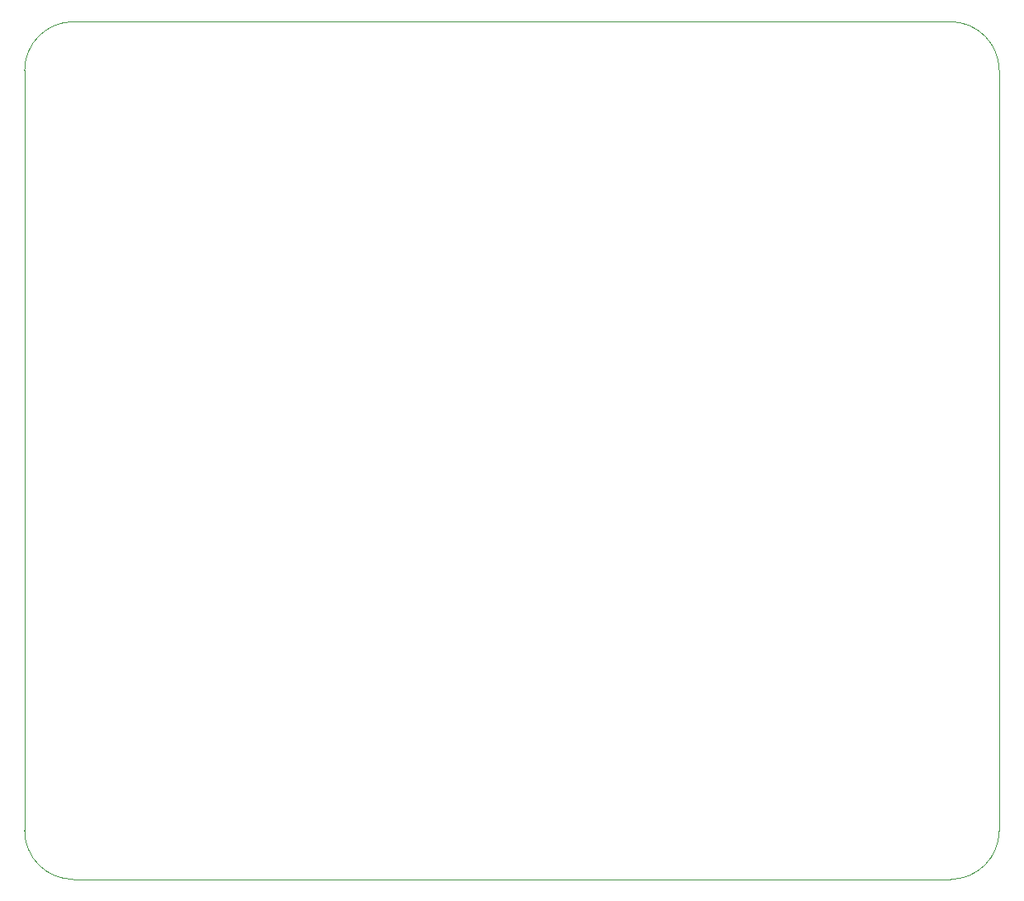
<source format=gbr>
G04 #@! TF.GenerationSoftware,KiCad,Pcbnew,5.1.5-52549c5~86~ubuntu19.10.1*
G04 #@! TF.CreationDate,2020-04-28T12:48:20+02:00*
G04 #@! TF.ProjectId,ArduinoDCC++,41726475-696e-46f4-9443-432b2b2e6b69,v.0.0.1c*
G04 #@! TF.SameCoordinates,Original*
G04 #@! TF.FileFunction,Legend,Bot*
G04 #@! TF.FilePolarity,Positive*
%FSLAX46Y46*%
G04 Gerber Fmt 4.6, Leading zero omitted, Abs format (unit mm)*
G04 Created by KiCad (PCBNEW 5.1.5-52549c5~86~ubuntu19.10.1) date 2020-04-28 12:48:20*
%MOMM*%
%LPD*%
G04 APERTURE LIST*
%ADD10C,0.050000*%
G04 APERTURE END LIST*
D10*
X55000000Y-150000000D02*
X145000000Y-150000000D01*
X50000000Y-67000000D02*
X50000000Y-145000000D01*
X145000000Y-62000000D02*
X55000000Y-62000000D01*
X150000000Y-145000000D02*
X150000000Y-67000000D01*
X150000000Y-145000000D02*
G75*
G02X145000000Y-150000000I-5000000J0D01*
G01*
X145000000Y-62000000D02*
G75*
G02X150000000Y-67000000I0J-5000000D01*
G01*
X50000000Y-67000000D02*
G75*
G02X55000000Y-62000000I5000000J0D01*
G01*
X55000000Y-150000000D02*
G75*
G02X50000000Y-145000000I0J5000000D01*
G01*
M02*

</source>
